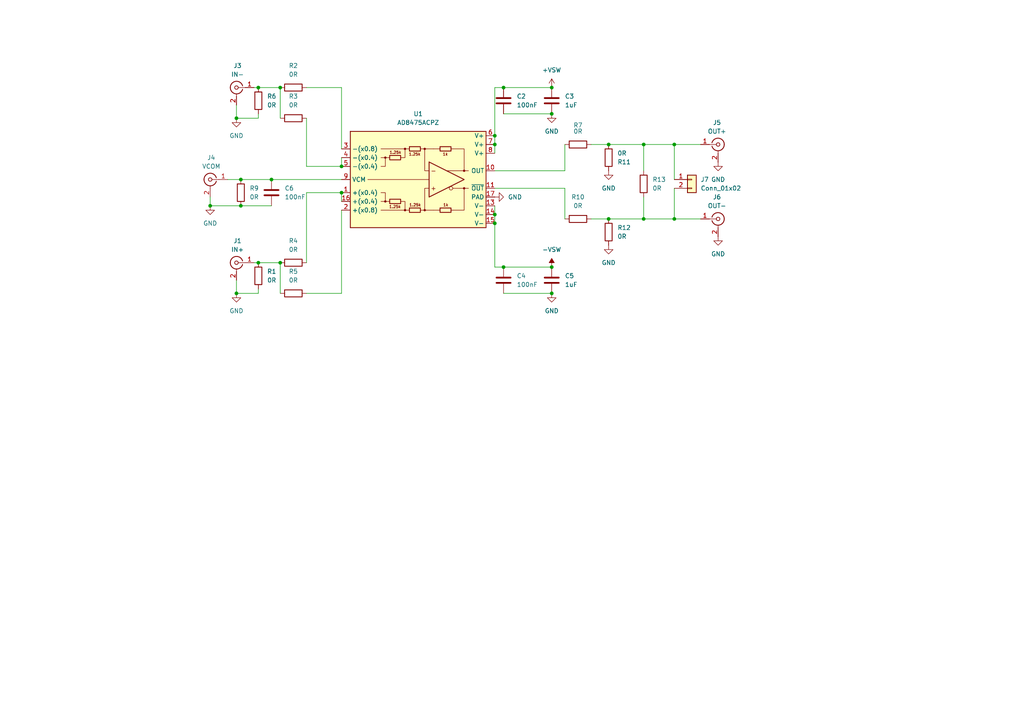
<source format=kicad_sch>
(kicad_sch (version 20250114) (generator "eeschema") (generator_version "9.0")
  (paper "A4")
  (lib_symbols
    (symbol "Connector:Conn_Coaxial" (pin_names (offset 1.016) (hide yes))
      (property "Reference" "J" (at 0.254 3.048 0))
      (property "Value" "Conn_Coaxial" (at 2.921 0 90))
      (symbol "Conn_Coaxial_0_1"
        (polyline (pts (xy -2.54 0) (xy -0.508 0)))
        (arc (start 1.778 0) (mid 0.222 -1.8079) (end -1.778 -0.508) (stroke (width 0.254)))
        (arc (start -1.778 0.508) (mid 0.2221 1.8084) (end 1.778 0) (stroke (width 0.254)))
        (circle (center 0 0) (radius 0.508) (stroke (width 0.2032)))
        (polyline (pts (xy 0 -2.54) (xy 0 -1.778)))
      )
      (symbol "Conn_Coaxial_1_1"
        (pin passive line (at -5.08 0 0) (length 2.54) (name "In") (number "1"))
        (pin passive line (at 0 -5.08 90) (length 2.54) (name "Ext") (number "2"))
      )
    )
    (symbol "Connector_Generic:Conn_01x02" (pin_names (offset 1.016) (hide yes))
      (property "Reference" "J" (at 0 2.54 0))
      (property "Value" "Conn_01x02" (at 0 -5.08 0))
      (symbol "Conn_01x02_1_1"
        (rectangle (start -1.27 1.27) (end 1.27 -3.81) (stroke (width 0.254)) (fill (type background)))
        (rectangle (start -1.27 0.127) (end 0 -0.127) (stroke (width 0.1524)))
        (rectangle (start -1.27 -2.413) (end 0 -2.667) (stroke (width 0.1524)))
        (pin passive line (at -5.08 0 0) (length 3.81) (name "Pin_1") (number "1"))
        (pin passive line (at -5.08 -2.54 0) (length 3.81) (name "Pin_2") (number "2"))
      )
    )
    (symbol "PCM_Amplifier_Differential_AKL:AD8475ACPZ"
      (property "Reference" "U" (at 0 19.05 0))
      (property "Value" "AD8475ACPZ" (at 0 16.51 0))
      (symbol "AD8475ACPZ_0_0"
        (rectangle (start -20.32 13.97) (end 19.05 -13.97) (stroke (width 0.254)) (fill (type background)))
        (circle (center -10.16 6.35) (radius 0.254) (stroke (width 0.1524)) (fill (type outline)))
        (polyline (pts (xy -10.16 6.35) (xy -10.16 3.81) (xy -11.43 3.81)) (stroke (width 0.1524)))
        (circle (center -10.16 -6.35) (radius 0.254) (stroke (width 0.1524)) (fill (type outline)))
        (polyline (pts (xy -10.16 -6.35) (xy -10.16 -3.81) (xy -11.43 -3.81)) (stroke (width 0.1524)))
        (polyline (pts (xy -8.89 6.35) (xy -11.43 6.35)) (stroke (width 0.1524)))
        (polyline (pts (xy -8.89 -6.35) (xy -11.43 -6.35)) (stroke (width 0.1524)))
        (polyline (pts (xy -5.715 6.35) (xy -4.445 6.35) (xy -4.445 8.89)) (stroke (width 0.1524)))
        (polyline (pts (xy -5.715 -6.35) (xy -4.445 -6.35) (xy -4.445 -8.89)) (stroke (width 0.1524)))
        (circle (center -4.445 8.89) (radius 0.254) (stroke (width 0.1524)) (fill (type outline)))
        (polyline (pts (xy -4.445 8.89) (xy -11.43 8.89)) (stroke (width 0.1524)))
        (circle (center -4.445 -8.89) (radius 0.254) (stroke (width 0.1524)) (fill (type outline)))
        (polyline (pts (xy -3.175 8.89) (xy -4.445 8.89)) (stroke (width 0.1524)))
        (polyline (pts (xy -3.175 -8.89) (xy -11.43 -8.89)) (stroke (width 0.1524)))
        (polyline (pts (xy 0 -8.89) (xy 1.27 -8.89) (xy 1.27 -2.54) (xy 2.54 -2.54)) (stroke (width 0.1524)))
        (polyline (pts (xy 1.27 8.89) (xy 3.81 8.89)) (stroke (width 0.1524)))
        (circle (center 1.27 8.89) (radius 0.254) (stroke (width 0.1524)) (fill (type outline)))
        (circle (center 1.27 -8.89) (radius 0.254) (stroke (width 0.1524)) (fill (type outline)))
        (polyline (pts (xy 2.54 2.54) (xy 1.27 2.54) (xy 1.27 8.89) (xy 0 8.89)) (stroke (width 0.1524)))
        (polyline (pts (xy 3.81 -8.89) (xy 1.27 -8.89)) (stroke (width 0.1524)))
        (polyline (pts (xy 5.715 8.89) (xy 3.81 8.89)) (stroke (width 0.1524)))
        (polyline (pts (xy 5.715 -8.89) (xy 3.81 -8.89)) (stroke (width 0.1524)))
        (polyline (pts (xy 8.89 8.89) (xy 12.7 8.89) (xy 12.7 2.54) (xy 7.62 2.54)) (stroke (width 0.1524)))
        (circle (center 8.89 -2.54) (radius 0.508) (stroke (width 0.1524)))
        (polyline (pts (xy 9.525 -2.54) (xy 9.398 -2.54)) (stroke (width 0.1524)))
        (polyline (pts (xy 11.43 -2.54) (xy 9.525 -2.54)) (stroke (width 0.1524)))
        (polyline (pts (xy 11.43 -2.54) (xy 12.7 -2.54) (xy 12.7 -8.89) (xy 8.89 -8.89)) (stroke (width 0.1524)))
        (polyline (pts (xy 12.7 2.54) (xy 13.97 2.54)) (stroke (width 0.1524)))
        (circle (center 12.7 2.54) (radius 0.254) (stroke (width 0.1524)) (fill (type outline)))
        (polyline (pts (xy 12.7 -2.54) (xy 13.97 -2.54)) (stroke (width 0.1524)))
        (circle (center 12.7 -2.54) (radius 0.254) (stroke (width 0.1524)) (fill (type outline)))
        (text "1.25k" (at -7.366 -7.874 0) (effects (font (size 0.8 0.8))))
        (text "1.25k" (at -7.239 7.874 0) (effects (font (size 0.8 0.8))))
        (text "1.25k" (at -1.651 7.366 0) (effects (font (size 0.8 0.8))))
        (text "1.25k" (at -1.524 -7.366 0) (effects (font (size 0.8 0.8))))
        (text "-" (at 3.81 2.54 0) (effects (font (size 1.27 1.27))))
        (text "+" (at 3.81 -2.54 0) (effects (font (size 1.27 1.27))))
        (text "1k" (at 7.239 7.366 0) (effects (font (size 0.8 0.8))))
        (text "1k" (at 7.366 -7.366 0) (effects (font (size 0.8 0.8))))
      )
      (symbol "AD8475ACPZ_0_1"
        (rectangle (start -8.89 6.985) (end -5.715 5.715) (stroke (width 0.254)))
        (rectangle (start -5.715 -6.985) (end -8.89 -5.715) (stroke (width 0.254)))
        (rectangle (start -3.175 -8.255) (end 0 -9.525) (stroke (width 0.254)))
        (rectangle (start 0 8.255) (end -3.175 9.525) (stroke (width 0.254)))
        (rectangle (start 5.715 -8.255) (end 8.89 -9.525) (stroke (width 0.254)))
        (rectangle (start 8.89 8.255) (end 5.715 9.525) (stroke (width 0.254)))
      )
      (symbol "AD8475ACPZ_0_2"
        (polyline (pts (xy -8.001 5.842) (xy -8.509 6.858) (xy -8.763 6.35)) (stroke (width 0.254)))
        (polyline (pts (xy -8.001 -6.858) (xy -8.509 -5.842) (xy -8.763 -6.35)) (stroke (width 0.254)))
        (polyline (pts (xy -5.715 6.35) (xy -5.969 5.842) (xy -6.477 6.858) (xy -6.985 5.842) (xy -7.493 6.858) (xy -8.001 5.842)) (stroke (width 0.254)))
        (polyline (pts (xy -5.715 -6.35) (xy -5.969 -6.858) (xy -6.477 -5.842) (xy -6.985 -6.858) (xy -7.493 -5.842) (xy -8.001 -6.858)) (stroke (width 0.254)))
        (polyline (pts (xy -2.286 8.382) (xy -2.794 9.398) (xy -3.048 8.89)) (stroke (width 0.254)))
        (polyline (pts (xy -2.286 -9.398) (xy -2.794 -8.382) (xy -3.048 -8.89)) (stroke (width 0.254)))
        (polyline (pts (xy 0 8.89) (xy -0.254 8.382) (xy -0.762 9.398) (xy -1.27 8.382) (xy -1.778 9.398) (xy -2.286 8.382)) (stroke (width 0.254)))
        (polyline (pts (xy 0 -8.89) (xy -0.254 -9.398) (xy -0.762 -8.382) (xy -1.27 -9.398) (xy -1.778 -8.382) (xy -2.286 -9.398)) (stroke (width 0.254)))
        (polyline (pts (xy 6.604 8.382) (xy 6.096 9.398) (xy 5.842 8.89)) (stroke (width 0.254)))
        (polyline (pts (xy 6.604 -9.398) (xy 6.096 -8.382) (xy 5.842 -8.89)) (stroke (width 0.254)))
        (polyline (pts (xy 8.89 8.89) (xy 8.636 8.382) (xy 8.128 9.398) (xy 7.62 8.382) (xy 7.112 9.398) (xy 6.604 8.382)) (stroke (width 0.254)))
        (polyline (pts (xy 8.89 -8.89) (xy 8.636 -9.398) (xy 8.128 -8.382) (xy 7.62 -9.398) (xy 7.112 -8.382) (xy 6.604 -9.398)) (stroke (width 0.254)))
      )
      (symbol "AD8475ACPZ_1_0"
        (polyline (pts (xy 2.54 5.08) (xy 2.54 -5.08) (xy 12.7 0) (xy 2.54 5.08)) (stroke (width 0.254)))
        (polyline (pts (xy 2.54 0) (xy -15.24 0)) (stroke (width 0.1524)))
      )
      (symbol "AD8475ACPZ_1_1"
        (pin input line (at -22.86 8.89 0) (length 2.54) (name "-(x0.8)") (number "3"))
        (pin input line (at -22.86 6.35 0) (length 2.54) (name "-(x0.4)") (number "4"))
        (pin input line (at -22.86 3.81 0) (length 2.54) (name "-(x0.4)") (number "5"))
        (pin input line (at -22.86 0 0) (length 2.54) (name "VCM") (number "9"))
        (pin input line (at -22.86 -3.81 0) (length 2.54) (name "+(x0.4)") (number "1"))
        (pin input line (at -22.86 -6.35 0) (length 2.54) (name "+(x0.4)") (number "16"))
        (pin input line (at -22.86 -8.89 0) (length 2.54) (name "+(x0.8)") (number "2"))
        (pin free line (at -1.27 0 0) (length 2.54) (hide yes) (name "NC") (number "12"))
        (pin power_in line (at 21.59 12.7 180) (length 2.54) (name "V+") (number "6"))
        (pin power_in line (at 21.59 10.16 180) (length 2.54) (name "V+") (number "7"))
        (pin power_in line (at 21.59 7.62 180) (length 2.54) (name "V+") (number "8"))
        (pin output line (at 21.59 2.54 180) (length 2.54) (name "OUT") (number "10"))
        (pin output line (at 21.59 -2.54 180) (length 2.54) (name "~{OUT}") (number "11"))
        (pin power_in line (at 21.59 -5.08 180) (length 2.54) (name "PAD") (number "17"))
        (pin power_in line (at 21.59 -7.62 180) (length 2.54) (name "V-") (number "13"))
        (pin power_in line (at 21.59 -10.16 180) (length 2.54) (name "V-") (number "14"))
        (pin power_in line (at 21.59 -12.7 180) (length 2.54) (name "V-") (number "15"))
      )
      (symbol "AD8475ACPZ_1_2"
        (pin input line (at -22.86 8.89 0) (length 2.54) (name "-(x0.8)") (number "3"))
        (pin input line (at -22.86 6.35 0) (length 2.54) (name "-(x0.4)") (number "4"))
        (pin input line (at -22.86 3.81 0) (length 2.54) (name "-(x0.4)") (number "5"))
        (pin input line (at -22.86 0 0) (length 2.54) (name "VCM") (number "9"))
        (pin input line (at -22.86 -3.81 0) (length 2.54) (name "+(x0.4)") (number "1"))
        (pin input line (at -22.86 -6.35 0) (length 2.54) (name "+(x0.4)") (number "16"))
        (pin input line (at -22.86 -8.89 0) (length 2.54) (name "+(x0.8)") (number "2"))
        (pin free line (at -1.27 0 0) (length 2.54) (hide yes) (name "NC") (number "12"))
        (pin power_in line (at 21.59 12.7 180) (length 2.54) (name "V+") (number "6"))
        (pin power_in line (at 21.59 10.16 180) (length 2.54) (name "V+") (number "7"))
        (pin power_in line (at 21.59 7.62 180) (length 2.54) (name "V+") (number "8"))
        (pin output line (at 21.59 2.54 180) (length 2.54) (name "OUT") (number "10"))
        (pin output line (at 21.59 -2.54 180) (length 2.54) (name "~{OUT}") (number "11"))
        (pin power_in line (at 21.59 -5.08 180) (length 2.54) (name "PAD") (number "17"))
        (pin power_in line (at 21.59 -7.62 180) (length 2.54) (name "V-") (number "13"))
        (pin power_in line (at 21.59 -10.16 180) (length 2.54) (name "V-") (number "14"))
        (pin power_in line (at 21.59 -12.7 180) (length 2.54) (name "V-") (number "15"))
      )
    )
    (symbol "PCM_Capacitor_AKL:C_1206" (pin_numbers (hide yes)) (pin_names (offset 0.254))
      (property "Reference" "C" (at 0.635 2.54 0))
      (property "Value" "C_1206" (at 0.635 -2.54 0))
      (symbol "C_1206_0_1"
        (polyline (pts (xy -2.032 0.762) (xy 2.032 0.762)) (stroke (width 0.508)))
        (polyline (pts (xy -2.032 -0.762) (xy 2.032 -0.762)) (stroke (width 0.508)))
      )
      (symbol "C_1206_0_2"
        (polyline (pts (xy -2.54 -2.54) (xy -0.381 -0.381)))
        (polyline (pts (xy -0.508 -0.508) (xy -1.651 0.635)) (stroke (width 0.508)))
        (polyline (pts (xy -0.508 -0.508) (xy 0.635 -1.651)) (stroke (width 0.508)))
        (polyline (pts (xy 0.381 0.381) (xy 2.54 2.54)))
        (polyline (pts (xy 0.508 0.508) (xy -0.635 1.651)) (stroke (width 0.508)))
        (polyline (pts (xy 0.508 0.508) (xy 1.651 -0.635)) (stroke (width 0.508)))
      )
      (symbol "C_1206_1_1"
        (pin passive line (at 0 3.81 270) (length 2.794) (name "~") (number "1"))
        (pin passive line (at 0 -3.81 90) (length 2.794) (name "~") (number "2"))
      )
      (symbol "C_1206_1_2"
        (pin passive line (at -2.54 -2.54 90) (length 0) (name "~") (number "2"))
        (pin passive line (at 2.54 2.54 270) (length 0) (name "~") (number "1"))
      )
    )
    (symbol "PCM_Resistor_AKL:R_1206" (pin_numbers (hide yes)) (pin_names (offset 0))
      (property "Reference" "R" (at 2.54 1.27 0))
      (property "Value" "R_1206" (at 2.54 -1.27 0))
      (symbol "R_1206_0_1"
        (rectangle (start -1.016 2.54) (end 1.016 -2.54) (stroke (width 0.254)))
      )
      (symbol "R_1206_0_2"
        (polyline (pts (xy -2.54 -2.54) (xy -1.524 -1.524)))
        (polyline (pts (xy 1.524 1.524) (xy 2.54 2.54)))
        (polyline (pts (xy 1.524 1.524) (xy 0.889 2.159) (xy -2.159 -0.889) (xy -0.889 -2.159) (xy 2.159 0.889) (xy 1.524 1.524)) (stroke (width 0.254)))
      )
      (symbol "R_1206_1_1"
        (pin passive line (at 0 3.81 270) (length 1.27) (name "~") (number "1"))
        (pin passive line (at 0 -3.81 90) (length 1.27) (name "~") (number "2"))
      )
      (symbol "R_1206_1_2"
        (pin passive line (at -2.54 -2.54 0) (length 0) (name "") (number "2"))
        (pin passive line (at 2.54 2.54 180) (length 0) (name "") (number "1"))
      )
    )
    (symbol "power:+VSW" (power) (pin_numbers (hide yes)) (pin_names (offset 0) (hide yes))
      (property "Value" "+VSW" (at 0 3.556 0))
      (symbol "+VSW_0_1"
        (polyline (pts (xy -0.762 1.27) (xy 0 2.54)))
        (polyline (pts (xy 0 2.54) (xy 0.762 1.27)))
        (polyline (pts (xy 0 0) (xy 0 2.54)))
      )
      (symbol "+VSW_1_1"
        (pin power_in line (at 0 0 90) (length 0) (name "~") (number "1"))
      )
    )
    (symbol "power:-VSW" (power) (pin_numbers (hide yes)) (pin_names (offset 0) (hide yes))
      (property "Value" "-VSW" (at 0 3.556 0))
      (symbol "-VSW_0_0"
        (pin power_in line (at 0 0 90) (length 0) (name "~") (number "1"))
      )
      (symbol "-VSW_0_1"
        (polyline (pts (xy 0 0) (xy 0 1.27) (xy 0.762 1.27) (xy 0 2.54) (xy -0.762 1.27) (xy 0 1.27)) (fill (type outline)))
      )
    )
    (symbol "power:GND" (power) (pin_numbers (hide yes)) (pin_names (offset 0) (hide yes))
      (property "Value" "GND" (at 0 -3.81 0))
      (symbol "GND_0_1"
        (polyline (pts (xy 0 0) (xy 0 -1.27) (xy 1.27 -1.27) (xy 0 -2.54) (xy -1.27 -1.27) (xy 0 -1.27)))
      )
      (symbol "GND_1_1"
        (pin power_in line (at 0 0 270) (length 0) (name "~") (number "1"))
      )
    )
  )
  (junction (at 186.69 41.91))
  (junction (at 99.06 48.26))
  (junction (at 176.53 63.5))
  (junction (at 160.02 33.02))
  (junction (at 195.58 63.5))
  (junction (at 81.28 25.4))
  (junction (at 74.93 25.4))
  (junction (at 74.93 76.2))
  (junction (at 160.02 77.47))
  (junction (at 143.51 41.91))
  (junction (at 146.05 25.4))
  (junction (at 68.58 85.09))
  (junction (at 81.28 76.2))
  (junction (at 78.74 52.07))
  (junction (at 60.96 59.69))
  (junction (at 99.06 55.88))
  (junction (at 176.53 41.91))
  (junction (at 69.85 59.69))
  (junction (at 186.69 63.5))
  (junction (at 195.58 41.91))
  (junction (at 69.85 52.07))
  (junction (at 143.51 62.23))
  (junction (at 146.05 77.47))
  (junction (at 160.02 25.4))
  (junction (at 143.51 39.37))
  (junction (at 68.58 34.29))
  (junction (at 160.02 85.09))
  (junction (at 143.51 64.77))
  (wire (pts (xy 195.58 41.91) (xy 195.58 52.07)))
  (wire (pts (xy 186.69 41.91) (xy 186.69 49.53)))
  (wire (pts (xy 74.93 34.29) (xy 74.93 33.02)))
  (wire (pts (xy 74.93 76.2) (xy 81.28 76.2)))
  (wire (pts (xy 143.51 41.91) (xy 143.51 39.37)))
  (wire (pts (xy 74.93 85.09) (xy 74.93 83.82)))
  (wire (pts (xy 68.58 34.29) (xy 74.93 34.29)))
  (wire (pts (xy 195.58 54.61) (xy 195.58 63.5)))
  (wire (pts (xy 143.51 77.47) (xy 143.51 64.77)))
  (wire (pts (xy 88.9 55.88) (xy 99.06 55.88)))
  (wire (pts (xy 146.05 77.47) (xy 160.02 77.47)))
  (wire (pts (xy 81.28 25.4) (xy 81.28 34.29)))
  (wire (pts (xy 143.51 25.4) (xy 143.51 39.37)))
  (wire (pts (xy 69.85 52.07) (xy 78.74 52.07)))
  (wire (pts (xy 99.06 25.4) (xy 99.06 43.18)))
  (wire (pts (xy 143.51 54.61) (xy 163.83 54.61)))
  (wire (pts (xy 186.69 41.91) (xy 195.58 41.91)))
  (wire (pts (xy 99.06 85.09) (xy 99.06 60.96)))
  (wire (pts (xy 88.9 85.09) (xy 99.06 85.09)))
  (wire (pts (xy 143.51 77.47) (xy 146.05 77.47)))
  (wire (pts (xy 66.04 52.07) (xy 69.85 52.07)))
  (wire (pts (xy 146.05 85.09) (xy 160.02 85.09)))
  (wire (pts (xy 74.93 25.4) (xy 81.28 25.4)))
  (wire (pts (xy 143.51 62.23) (xy 143.51 64.77)))
  (wire (pts (xy 69.85 59.69) (xy 78.74 59.69)))
  (wire (pts (xy 176.53 63.5) (xy 186.69 63.5)))
  (wire (pts (xy 99.06 45.72) (xy 99.06 48.26)))
  (wire (pts (xy 60.96 59.69) (xy 69.85 59.69)))
  (wire (pts (xy 195.58 63.5) (xy 203.2 63.5)))
  (wire (pts (xy 68.58 81.28) (xy 68.58 85.09)))
  (wire (pts (xy 176.53 41.91) (xy 186.69 41.91)))
  (wire (pts (xy 171.45 63.5) (xy 176.53 63.5)))
  (wire (pts (xy 88.9 25.4) (xy 99.06 25.4)))
  (wire (pts (xy 171.45 41.91) (xy 176.53 41.91)))
  (wire (pts (xy 143.51 59.69) (xy 143.51 62.23)))
  (wire (pts (xy 146.05 33.02) (xy 160.02 33.02)))
  (wire (pts (xy 195.58 41.91) (xy 203.2 41.91)))
  (wire (pts (xy 163.83 54.61) (xy 163.83 63.5)))
  (wire (pts (xy 143.51 25.4) (xy 146.05 25.4)))
  (wire (pts (xy 68.58 30.48) (xy 68.58 34.29)))
  (wire (pts (xy 99.06 55.88) (xy 99.06 58.42)))
  (wire (pts (xy 88.9 34.29) (xy 88.9 48.26)))
  (wire (pts (xy 186.69 63.5) (xy 195.58 63.5)))
  (wire (pts (xy 81.28 76.2) (xy 81.28 85.09)))
  (wire (pts (xy 88.9 48.26) (xy 99.06 48.26)))
  (wire (pts (xy 186.69 57.15) (xy 186.69 63.5)))
  (wire (pts (xy 146.05 25.4) (xy 160.02 25.4)))
  (wire (pts (xy 163.83 49.53) (xy 163.83 41.91)))
  (wire (pts (xy 73.66 25.4) (xy 74.93 25.4)))
  (wire (pts (xy 143.51 41.91) (xy 143.51 44.45)))
  (wire (pts (xy 68.58 85.09) (xy 74.93 85.09)))
  (wire (pts (xy 143.51 49.53) (xy 163.83 49.53)))
  (wire (pts (xy 73.66 76.2) (xy 74.93 76.2)))
  (wire (pts (xy 88.9 76.2) (xy 88.9 55.88)))
  (wire (pts (xy 60.96 57.15) (xy 60.96 59.69)))
  (wire (pts (xy 78.74 52.07) (xy 99.06 52.07)))
  (symbol (lib_id "PCM_Resistor_AKL:R_1206") (at 74.93 80.01 180) (unit 1)
    (property "Reference" "R1" (at 77.47 78.7399 0) (effects (justify right)))
    (property "Value" "0R" (at 77.47 81.2799 0) (effects (justify right)))
    (property "Footprint" "PCM_Resistor_SMD_AKL:R_1206_3216Metric" (effects (hide yes)))
    (property "Description" "SMD 1206 Chip Resistor, European Symbol, Alternate KiCad Library" (effects (hide yes)))
  )
  (symbol (lib_id "Connector:Conn_Coaxial") (at 60.96 52.07 0) (mirror y) (unit 1)
    (property "Reference" "J4" (at 61.2774 45.72 0))
    (property "Value" "VCOM" (at 61.2774 48.26 0))
    (property "Description" "coaxial connector (BNC, SMA, SMB, SMC, Cinch/RCA, LEMO, ...)" (effects (hide yes)))
  )
  (symbol (lib_id "power:GND") (at 160.02 85.09 0) (unit 1)
    (property "Reference" "#PWR06" (effects (hide yes)))
    (property "Value" "GND" (at 160.02 90.17 0))
    (property "Description" "Power symbol creates a global label with name \"GND\" , ground" (effects (hide yes)))
  )
  (symbol (lib_id "power:GND") (at 68.58 34.29 0) (unit 1)
    (property "Reference" "#PWR04" (effects (hide yes)))
    (property "Value" "GND" (at 68.58 39.37 0))
    (property "Description" "Power symbol creates a global label with name \"GND\" , ground" (effects (hide yes)))
  )
  (symbol (lib_id "PCM_Resistor_AKL:R_1206") (at 186.69 53.34 180) (unit 1)
    (property "Reference" "R13" (at 189.23 52.0699 0) (effects (justify right)))
    (property "Value" "0R" (at 189.23 54.6099 0) (effects (justify right)))
    (property "Footprint" "PCM_Resistor_SMD_AKL:R_1206_3216Metric" (effects (hide yes)))
    (property "Description" "SMD 1206 Chip Resistor, European Symbol, Alternate KiCad Library" (effects (hide yes)))
  )
  (symbol (lib_id "Connector:Conn_Coaxial") (at 208.28 41.91 0) (unit 1)
    (property "Reference" "J5" (at 207.9626 35.56 0))
    (property "Value" "OUT+" (at 207.9626 38.1 0))
    (property "Description" "coaxial connector (BNC, SMA, SMB, SMC, Cinch/RCA, LEMO, ...)" (effects (hide yes)))
  )
  (symbol (lib_id "power:GND") (at 60.96 59.69 0) (unit 1)
    (property "Reference" "#PWR07" (effects (hide yes)))
    (property "Value" "GND" (at 60.96 64.77 0))
    (property "Description" "Power symbol creates a global label with name \"GND\" , ground" (effects (hide yes)))
  )
  (symbol (lib_id "Connector:Conn_Coaxial") (at 68.58 76.2 0) (mirror y) (unit 1)
    (property "Reference" "J1" (at 68.8974 69.85 0))
    (property "Value" "IN+" (at 68.8974 72.39 0))
    (property "Description" "coaxial connector (BNC, SMA, SMB, SMC, Cinch/RCA, LEMO, ...)" (effects (hide yes)))
  )
  (symbol (lib_id "PCM_Resistor_AKL:R_1206") (at 176.53 45.72 0) (mirror y) (unit 1)
    (property "Reference" "R11" (at 179.07 46.9901 0) (effects (justify right)))
    (property "Value" "0R" (at 179.07 44.4501 0) (effects (justify right)))
    (property "Footprint" "PCM_Resistor_SMD_AKL:R_1206_3216Metric" (effects (hide yes)))
    (property "Description" "SMD 1206 Chip Resistor, European Symbol, Alternate KiCad Library" (effects (hide yes)))
  )
  (symbol (lib_id "power:GND") (at 208.28 68.58 0) (unit 1)
    (property "Reference" "#PWR011" (effects (hide yes)))
    (property "Value" "GND" (at 208.28 73.66 0))
    (property "Description" "Power symbol creates a global label with name \"GND\" , ground" (effects (hide yes)))
  )
  (symbol (lib_id "power:GND") (at 208.28 46.99 0) (unit 1)
    (property "Reference" "#PWR010" (effects (hide yes)))
    (property "Value" "GND" (at 208.28 52.07 0))
    (property "Description" "Power symbol creates a global label with name \"GND\" , ground" (effects (hide yes)))
  )
  (symbol (lib_id "PCM_Capacitor_AKL:C_1206") (at 78.74 55.88 0) (unit 1)
    (property "Reference" "C6" (at 82.55 54.6099 0) (effects (justify left)))
    (property "Value" "100nF" (at 82.55 57.1499 0) (effects (justify left)))
    (property "Footprint" "PCM_Capacitor_SMD_AKL:C_1206_3216Metric" (effects (hide yes)))
    (property "Description" "SMD 1206 MLCC capacitor, Alternate KiCad Library" (effects (hide yes)))
  )
  (symbol (lib_id "PCM_Capacitor_AKL:C_1206") (at 160.02 81.28 0) (unit 1)
    (property "Reference" "C5" (at 163.83 80.0099 0) (effects (justify left)))
    (property "Value" "1uF" (at 163.83 82.5499 0) (effects (justify left)))
    (property "Footprint" "PCM_Capacitor_SMD_AKL:C_1206_3216Metric" (effects (hide yes)))
    (property "Description" "SMD 1206 MLCC capacitor, Alternate KiCad Library" (effects (hide yes)))
  )
  (symbol (lib_id "PCM_Resistor_AKL:R_1206") (at 74.93 29.21 180) (unit 1)
    (property "Reference" "R6" (at 77.47 27.9399 0) (effects (justify right)))
    (property "Value" "0R" (at 77.47 30.4799 0) (effects (justify right)))
    (property "Footprint" "PCM_Resistor_SMD_AKL:R_1206_3216Metric" (effects (hide yes)))
    (property "Description" "SMD 1206 Chip Resistor, European Symbol, Alternate KiCad Library" (effects (hide yes)))
  )
  (symbol (lib_id "PCM_Resistor_AKL:R_1206") (at 85.09 85.09 90) (unit 1)
    (property "Reference" "R5" (at 85.09 78.74 90))
    (property "Value" "0R" (at 85.09 81.28 90))
    (property "Footprint" "PCM_Resistor_SMD_AKL:R_1206_3216Metric" (effects (hide yes)))
    (property "Description" "SMD 1206 Chip Resistor, European Symbol, Alternate KiCad Library" (effects (hide yes)))
  )
  (symbol (lib_id "PCM_Resistor_AKL:R_1206") (at 167.64 41.91 90) (unit 1)
    (property "Reference" "R7" (at 167.64 36.322 90))
    (property "Value" "0R" (at 167.64 38.1 90))
    (property "Footprint" "PCM_Resistor_SMD_AKL:R_1206_3216Metric" (effects (hide yes)))
    (property "Description" "SMD 1206 Chip Resistor, European Symbol, Alternate KiCad Library" (effects (hide yes)))
  )
  (symbol (lib_id "Connector:Conn_Coaxial") (at 208.28 63.5 0) (unit 1)
    (property "Reference" "J6" (at 207.9626 57.15 0))
    (property "Value" "OUT-" (at 207.9626 59.69 0))
    (property "Description" "coaxial connector (BNC, SMA, SMB, SMC, Cinch/RCA, LEMO, ...)" (effects (hide yes)))
  )
  (symbol (lib_id "PCM_Resistor_AKL:R_1206") (at 69.85 55.88 180) (unit 1)
    (property "Reference" "R9" (at 72.39 54.6099 0) (effects (justify right)))
    (property "Value" "0R" (at 72.39 57.1499 0) (effects (justify right)))
    (property "Footprint" "PCM_Resistor_SMD_AKL:R_1206_3216Metric" (effects (hide yes)))
    (property "Description" "SMD 1206 Chip Resistor, European Symbol, Alternate KiCad Library" (effects (hide yes)))
  )
  (symbol (lib_id "power:GND") (at 160.02 33.02 0) (unit 1)
    (property "Reference" "#PWR05" (effects (hide yes)))
    (property "Value" "GND" (at 160.02 38.1 0))
    (property "Description" "Power symbol creates a global label with name \"GND\" , ground" (effects (hide yes)))
  )
  (symbol (lib_id "PCM_Resistor_AKL:R_1206") (at 85.09 34.29 90) (unit 1)
    (property "Reference" "R3" (at 85.09 27.94 90))
    (property "Value" "0R" (at 85.09 30.48 90))
    (property "Footprint" "PCM_Resistor_SMD_AKL:R_1206_3216Metric" (effects (hide yes)))
    (property "Description" "SMD 1206 Chip Resistor, European Symbol, Alternate KiCad Library" (effects (hide yes)))
  )
  (symbol (lib_id "PCM_Capacitor_AKL:C_1206") (at 146.05 29.21 0) (unit 1)
    (property "Reference" "C2" (at 149.86 27.9399 0) (effects (justify left)))
    (property "Value" "100nF" (at 149.86 30.4799 0) (effects (justify left)))
    (property "Footprint" "PCM_Capacitor_SMD_AKL:C_1206_3216Metric" (effects (hide yes)))
    (property "Description" "SMD 1206 MLCC capacitor, Alternate KiCad Library" (effects (hide yes)))
  )
  (symbol (lib_id "PCM_Capacitor_AKL:C_1206") (at 160.02 29.21 0) (unit 1)
    (property "Reference" "C3" (at 163.83 27.9399 0) (effects (justify left)))
    (property "Value" "1uF" (at 163.83 30.4799 0) (effects (justify left)))
    (property "Footprint" "PCM_Capacitor_SMD_AKL:C_1206_3216Metric" (effects (hide yes)))
    (property "Description" "SMD 1206 MLCC capacitor, Alternate KiCad Library" (effects (hide yes)))
  )
  (symbol (lib_id "PCM_Resistor_AKL:R_1206") (at 167.64 63.5 90) (unit 1)
    (property "Reference" "R10" (at 167.64 57.15 90))
    (property "Value" "0R" (at 167.64 59.69 90))
    (property "Footprint" "PCM_Resistor_SMD_AKL:R_1206_3216Metric" (effects (hide yes)))
    (property "Description" "SMD 1206 Chip Resistor, European Symbol, Alternate KiCad Library" (effects (hide yes)))
  )
  (symbol (lib_id "PCM_Resistor_AKL:R_1206") (at 176.53 67.31 180) (unit 1)
    (property "Reference" "R12" (at 179.07 66.0399 0) (effects (justify right)))
    (property "Value" "0R" (at 179.07 68.5799 0) (effects (justify right)))
    (property "Footprint" "PCM_Resistor_SMD_AKL:R_1206_3216Metric" (effects (hide yes)))
    (property "Description" "SMD 1206 Chip Resistor, European Symbol, Alternate KiCad Library" (effects (hide yes)))
  )
  (symbol (lib_id "power:GND") (at 68.58 85.09 0) (unit 1)
    (property "Reference" "#PWR01" (effects (hide yes)))
    (property "Value" "GND" (at 68.58 90.17 0))
    (property "Description" "Power symbol creates a global label with name \"GND\" , ground" (effects (hide yes)))
  )
  (symbol (lib_id "power:GND") (at 176.53 71.12 0) (unit 1)
    (property "Reference" "#PWR013" (effects (hide yes)))
    (property "Value" "GND" (at 176.53 76.2 0))
    (property "Description" "Power symbol creates a global label with name \"GND\" , ground" (effects (hide yes)))
  )
  (symbol (lib_id "PCM_Resistor_AKL:R_1206") (at 85.09 76.2 90) (unit 1)
    (property "Reference" "R4" (at 85.09 69.85 90))
    (property "Value" "0R" (at 85.09 72.39 90))
    (property "Footprint" "PCM_Resistor_SMD_AKL:R_1206_3216Metric" (effects (hide yes)))
    (property "Description" "SMD 1206 Chip Resistor, European Symbol, Alternate KiCad Library" (effects (hide yes)))
  )
  (symbol (lib_id "power:-VSW") (at 160.02 77.47 0) (unit 1)
    (property "Reference" "#PWR09" (effects (hide yes)))
    (property "Value" "-VSW" (at 160.02 72.39 0))
    (property "Description" "Power symbol creates a global label with name \"-VSW\"" (effects (hide yes)))
  )
  (symbol (lib_id "power:+VSW") (at 160.02 25.4 0) (unit 1)
    (property "Reference" "#PWR08" (effects (hide yes)))
    (property "Value" "+VSW" (at 160.02 20.32 0))
    (property "Description" "Power symbol creates a global label with name \"+VSW\"" (effects (hide yes)))
  )
  (symbol (lib_id "PCM_Capacitor_AKL:C_1206") (at 146.05 81.28 0) (unit 1)
    (property "Reference" "C4" (at 149.86 80.0099 0) (effects (justify left)))
    (property "Value" "100nF" (at 149.86 82.5499 0) (effects (justify left)))
    (property "Footprint" "PCM_Capacitor_SMD_AKL:C_1206_3216Metric" (effects (hide yes)))
    (property "Description" "SMD 1206 MLCC capacitor, Alternate KiCad Library" (effects (hide yes)))
  )
  (symbol (lib_id "power:GND") (at 176.53 49.53 0) (mirror y) (unit 1)
    (property "Reference" "#PWR012" (effects (hide yes)))
    (property "Value" "GND" (at 176.53 54.61 0))
    (property "Description" "Power symbol creates a global label with name \"GND\" , ground" (effects (hide yes)))
  )
  (symbol (lib_id "PCM_Amplifier_Differential_AKL:AD8475ACPZ") (at 121.92 52.07 0) (unit 1)
    (property "Reference" "U1" (at 121.285 33.02 0))
    (property "Value" "AD8475ACPZ" (at 121.285 35.56 0))
    (property "Footprint" "PCM_Package_DFN_QFN_AKL:QFN-16-1EP_3x3mm_P0.5mm_EP1.75x1.75mm" (effects (hide yes)))
    (property "Datasheet" "https://www.tme.eu/Document/5ace49f476beaeeff69ea7779164e20a/AD8475.pdf" (effects (hide yes)))
    (property "Description" "QFN-16 Precision Differential Amplifier with 0.4/0.8 Selectable Gain, 150MHz Bandwidth, -122dB THD+N, 500μV Offset, Alternate KiCAD Library" (effects (hide yes)))
  )
  (symbol (lib_id "power:GND") (at 143.51 57.15 90) (unit 1)
    (property "Reference" "#PWR014" (effects (hide yes)))
    (property "Value" "GND" (at 147.32 57.1499 90) (effects (justify right)))
    (property "Description" "Power symbol creates a global label with name \"GND\" , ground" (effects (hide yes)))
  )
  (symbol (lib_id "Connector_Generic:Conn_01x02") (at 200.66 52.07 0) (unit 1)
    (property "Reference" "J7" (at 203.2 52.0699 0) (effects (justify left)))
    (property "Value" "Conn_01x02" (at 203.2 54.6099 0) (effects (justify left)))
    (property "Description" "Generic connector, single row, 01x02, script generated (kicad-library-utils/schlib/autogen/connector/)" (effects (hide yes)))
  )
  (symbol (lib_id "PCM_Resistor_AKL:R_1206") (at 85.09 25.4 90) (unit 1)
    (property "Reference" "R2" (at 85.09 19.05 90))
    (property "Value" "0R" (at 85.09 21.59 90))
    (property "Footprint" "PCM_Resistor_SMD_AKL:R_1206_3216Metric" (effects (hide yes)))
    (property "Description" "SMD 1206 Chip Resistor, European Symbol, Alternate KiCad Library" (effects (hide yes)))
  )
  (symbol (lib_id "Connector:Conn_Coaxial") (at 68.58 25.4 0) (mirror y) (unit 1)
    (property "Reference" "J3" (at 68.8974 19.05 0))
    (property "Value" "IN-" (at 68.8974 21.59 0))
    (property "Description" "coaxial connector (BNC, SMA, SMB, SMC, Cinch/RCA, LEMO, ...)" (effects (hide yes)))
  )
)
</source>
